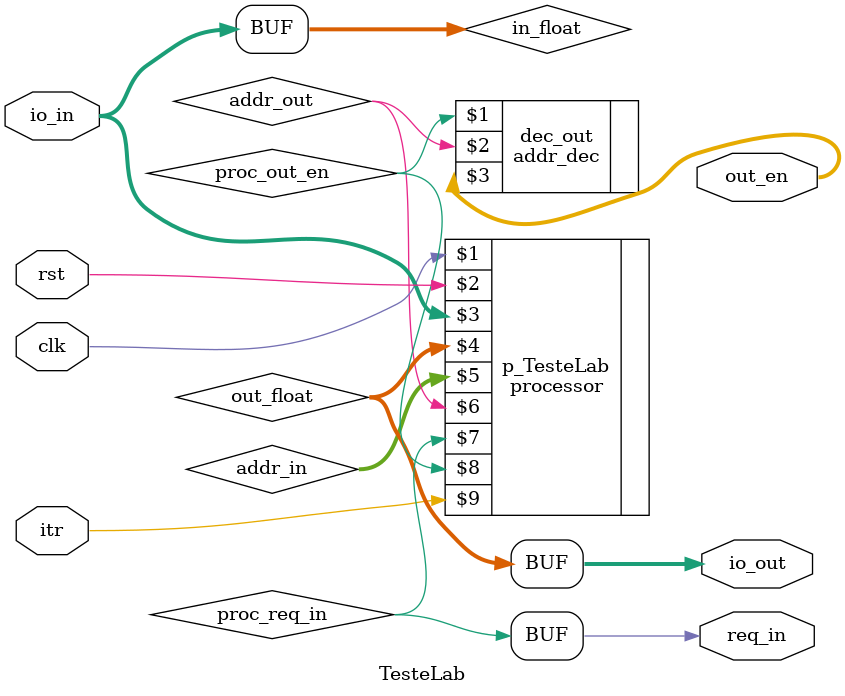
<source format=v>
module TesteLab (
input clk, rst,
input signed [31:0] io_in,
output signed [31:0] io_out,
output [0:0] req_in,
output [1:0] out_en,
input itr);

wire signed [31:0] in_float;
wire signed [31:0] out_float;

assign in_float = io_in;

wire proc_req_in, proc_out_en;
wire [-1:0] addr_in;
wire [0:0] addr_out;

processor
#(.NUBITS(32),
.NBMANT(23),
.NBEXPO(8),
.NUGAIN(128),
.MDATAS(75),
.MINSTS(378),
.SDEPTH(10),
.NUIOIN(1),
.NUIOOU(2),
.FFTSIZ(3),
.CAL(1),
.LES(1),
.MLT(1),
.ADD(1),
.ILI(1),
.F_MLT(1),
.F_NEG(1),
.F_ADD(1),
.F_NEG_M(1),
.LDI(1),
.SRF(1),
.F2I(1),
.DFILE("TesteLab_data.mif"),
.IFILE("TesteLab_inst.mif")
) p_TesteLab (clk, rst, in_float, out_float, addr_in, addr_out, proc_req_in, proc_out_en, itr);

assign io_out = out_float;

assign req_in = proc_req_in;
addr_dec #(2) dec_out(proc_out_en, addr_out, out_en);

endmodule
</source>
